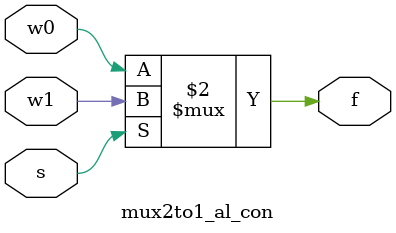
<source format=v>
module mux2to1_al_con (w0, w1, s, f);
    input w0, w1, s;
    output f;
    reg f;

    always @ (w0 or w1 or s)
        f = s ? w1 : w0;

endmodule
</source>
